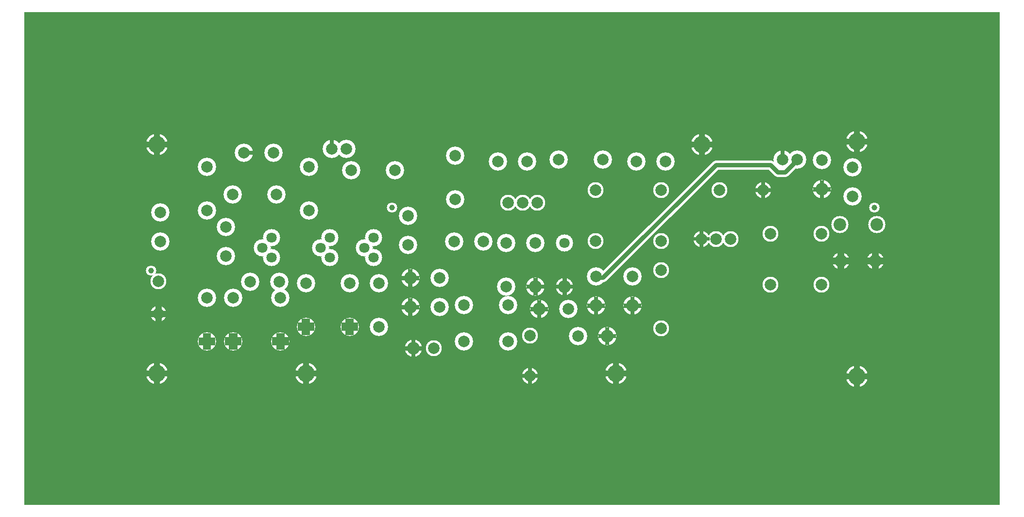
<source format=gbr>
%FSLAX34Y34*%
%MOMM*%
%LNCOPPER_TOP*%
G71*
G01*
%ADD10C,2.800*%
%ADD11C,3.200*%
%ADD12C,3.000*%
%ADD13C,2.800*%
%ADD14C,2.600*%
%ADD15C,1.600*%
%ADD16C,2.800*%
%ADD17C,3.000*%
%ADD18C,3.000*%
%ADD19C,3.800*%
%ADD20C,1.800*%
%ADD21C,0.667*%
%ADD22C,0.813*%
%ADD23C,0.733*%
%ADD24C,1.380*%
%ADD25C,1.467*%
%ADD26C,1.447*%
%ADD27C,1.203*%
%ADD28C,1.093*%
%ADD29C,1.000*%
%ADD30C,2.000*%
%ADD31C,2.000*%
%ADD32C,1.800*%
%ADD33C,0.800*%
%ADD34C,2.000*%
%ADD35C,2.200*%
%ADD36C,1.800*%
%ADD37C,2.200*%
%ADD38C,3.000*%
%ADD39C,1.000*%
%LPD*%
G36*
X-200000Y660000D02*
X1500000Y660000D01*
X1500000Y-200000D01*
X-200000Y-200000D01*
X-200000Y660000D01*
G37*
%LPC*%
X643280Y326750D02*
G54D10*
D03*
X668680Y326750D02*
G54D10*
D03*
X694080Y326750D02*
G54D10*
D03*
X1030985Y264021D02*
G54D10*
D03*
X1005585Y264021D02*
G54D10*
D03*
X980185Y264021D02*
G54D10*
D03*
X599879Y259323D02*
G54D11*
D03*
X548899Y259211D02*
G54D11*
D03*
X640105Y256775D02*
G54D11*
D03*
X640055Y180525D02*
G54D11*
D03*
X551205Y409175D02*
G54D11*
D03*
X551155Y332925D02*
G54D11*
D03*
X690905Y256775D02*
G54D11*
D03*
X690855Y180525D02*
G54D11*
D03*
X676079Y399023D02*
G54D11*
D03*
X625099Y398911D02*
G54D11*
D03*
X741705Y256775D02*
G54D12*
D03*
X741655Y180525D02*
G54D12*
D03*
X697214Y141461D02*
G54D11*
D03*
X748195Y141573D02*
G54D11*
D03*
X642703Y148698D02*
G54D11*
D03*
X566453Y148748D02*
G54D11*
D03*
X523679Y195823D02*
G54D11*
D03*
X472699Y195711D02*
G54D11*
D03*
X523679Y145023D02*
G54D11*
D03*
X472699Y144911D02*
G54D11*
D03*
X478092Y72750D02*
G54D13*
D03*
X513192Y72750D02*
G54D13*
D03*
X642703Y85198D02*
G54D11*
D03*
X566453Y85248D02*
G54D11*
D03*
X681380Y25000D02*
G54D14*
D03*
X681380Y94850D02*
G54D13*
D03*
X815779Y94223D02*
G54D11*
D03*
X764798Y94111D02*
G54D11*
D03*
X807803Y402698D02*
G54D11*
D03*
X731553Y402748D02*
G54D11*
D03*
X1011580Y348850D02*
G54D13*
D03*
X1087780Y348850D02*
G54D13*
D03*
X1243659Y337898D02*
G54D11*
D03*
X1243546Y388879D02*
G54D11*
D03*
X795680Y348850D02*
G54D13*
D03*
X795680Y259950D02*
G54D13*
D03*
X909980Y348850D02*
G54D13*
D03*
X909980Y259950D02*
G54D13*
D03*
X796378Y147460D02*
G54D11*
D03*
X796265Y198440D02*
G54D11*
D03*
X1121255Y402225D02*
G54D11*
D03*
X1146755Y402225D02*
G54D11*
D03*
X1190078Y350660D02*
G54D11*
D03*
X1189965Y401640D02*
G54D11*
D03*
X1100480Y272650D02*
G54D13*
D03*
X1189380Y272650D02*
G54D13*
D03*
X1100480Y183750D02*
G54D13*
D03*
X1189380Y183750D02*
G54D13*
D03*
X917380Y399023D02*
G54D11*
D03*
X866400Y398910D02*
G54D11*
D03*
X909980Y209150D02*
G54D13*
D03*
X909980Y107550D02*
G54D13*
D03*
X859878Y147460D02*
G54D11*
D03*
X859765Y198440D02*
G54D11*
D03*
G54D15*
X1146755Y402225D02*
X1144930Y399650D01*
X1125880Y380600D01*
X1113180Y380600D01*
X1100480Y393300D01*
X1005230Y393300D01*
X808380Y196450D01*
X795680Y196450D01*
X796265Y198440D01*
X472699Y144911D02*
G54D16*
D03*
X472699Y195711D02*
G54D16*
D03*
X815779Y94223D02*
G54D16*
D03*
X1087780Y348850D02*
G54D16*
D03*
X741655Y180525D02*
G54D16*
D03*
X690855Y180525D02*
G54D17*
D03*
X697214Y141461D02*
G54D17*
D03*
X796378Y147460D02*
G54D17*
D03*
X859878Y147460D02*
G54D17*
D03*
X681380Y25000D02*
G54D13*
D03*
X472699Y195711D02*
G54D17*
D03*
X472699Y144911D02*
G54D17*
D03*
X478092Y72750D02*
G54D17*
D03*
X815779Y94223D02*
G54D17*
D03*
X741655Y180525D02*
G54D17*
D03*
X1190078Y350660D02*
G54D17*
D03*
X980185Y264021D02*
G54D16*
D03*
X690905Y256775D02*
G54D12*
D03*
X690855Y180525D02*
G54D12*
D03*
X118159Y313875D02*
G54D11*
D03*
X118209Y390125D02*
G54D11*
D03*
X37166Y310475D02*
G54D11*
D03*
X37278Y259494D02*
G54D11*
D03*
X151465Y285075D02*
G54D11*
D03*
X151578Y234094D02*
G54D11*
D03*
X118175Y85275D02*
G54D11*
D03*
X118225Y161525D02*
G54D11*
D03*
X238896Y341889D02*
G54D11*
D03*
X162646Y341939D02*
G54D11*
D03*
X163855Y161525D02*
G54D11*
D03*
X163805Y85275D02*
G54D11*
D03*
X295958Y313874D02*
G54D11*
D03*
X296008Y390124D02*
G54D11*
D03*
X193290Y189359D02*
G54D11*
D03*
X290855Y186925D02*
G54D11*
D03*
X290805Y110675D02*
G54D11*
D03*
X367055Y186925D02*
G54D11*
D03*
X367005Y110675D02*
G54D11*
D03*
X417855Y186925D02*
G54D11*
D03*
X417805Y110675D02*
G54D11*
D03*
X468630Y253700D02*
G54D11*
D03*
X468518Y304680D02*
G54D11*
D03*
X445872Y383693D02*
G54D11*
D03*
X369622Y383743D02*
G54D11*
D03*
X335605Y421275D02*
G54D11*
D03*
X361105Y421275D02*
G54D11*
D03*
X230530Y266300D02*
G54D17*
D03*
X214630Y248725D02*
G54D17*
D03*
X230564Y231109D02*
G54D17*
D03*
X332130Y266300D02*
G54D17*
D03*
X316230Y248725D02*
G54D17*
D03*
X332165Y231109D02*
G54D17*
D03*
X408330Y266300D02*
G54D17*
D03*
X392430Y248725D02*
G54D17*
D03*
X408365Y231109D02*
G54D17*
D03*
X182856Y414509D02*
G54D11*
D03*
X233836Y414622D02*
G54D11*
D03*
X118175Y85275D02*
G54D16*
D03*
X163805Y85275D02*
G54D16*
D03*
X290805Y110675D02*
G54D16*
D03*
X367005Y110675D02*
G54D16*
D03*
X244090Y189359D02*
G54D11*
D03*
X246405Y161525D02*
G54D11*
D03*
X246355Y85275D02*
G54D11*
D03*
X246355Y85275D02*
G54D16*
D03*
X1223280Y225350D02*
G54D18*
D03*
X33680Y190100D02*
G54D10*
D03*
X33680Y132950D02*
G54D10*
D03*
X31080Y428850D02*
G54D19*
D03*
X31080Y28850D02*
G54D19*
D03*
X1251080Y23850D02*
G54D19*
D03*
X1251080Y433850D02*
G54D19*
D03*
X1221080Y288850D02*
G54D18*
D03*
X1286080Y288850D02*
G54D18*
D03*
X1283280Y225350D02*
G54D18*
D03*
X291080Y28850D02*
G54D19*
D03*
X831080Y28850D02*
G54D19*
D03*
X441080Y318850D02*
G54D20*
D03*
X1281080Y318850D02*
G54D20*
D03*
X21080Y208850D02*
G54D20*
D03*
X981080Y428850D02*
G54D19*
D03*
%LPD*%
G54D21*
G36*
X1117922Y402225D02*
X1117922Y418725D01*
X1124588Y418725D01*
X1124588Y402225D01*
X1117922Y402225D01*
G37*
G54D22*
G54D21*
G36*
X469366Y144911D02*
X469366Y159411D01*
X476032Y159411D01*
X476032Y144911D01*
X469366Y144911D01*
G37*
G36*
X472699Y148244D02*
X487199Y148244D01*
X487199Y141578D01*
X472699Y141578D01*
X472699Y148244D01*
G37*
G36*
X476032Y144911D02*
X476032Y130411D01*
X469366Y130411D01*
X469366Y144911D01*
X476032Y144911D01*
G37*
G36*
X472699Y141578D02*
X458199Y141578D01*
X458199Y148244D01*
X472699Y148244D01*
X472699Y141578D01*
G37*
G54D21*
G36*
X469366Y195711D02*
X469366Y210211D01*
X476032Y210211D01*
X476032Y195711D01*
X469366Y195711D01*
G37*
G36*
X472699Y199044D02*
X487199Y199044D01*
X487199Y192378D01*
X472699Y192378D01*
X472699Y199044D01*
G37*
G36*
X476032Y195711D02*
X476032Y181211D01*
X469366Y181211D01*
X469366Y195711D01*
X476032Y195711D01*
G37*
G36*
X472699Y192378D02*
X458199Y192378D01*
X458199Y199044D01*
X472699Y199044D01*
X472699Y192378D01*
G37*
G54D21*
G36*
X812446Y94223D02*
X812446Y108723D01*
X819112Y108723D01*
X819112Y94223D01*
X812446Y94223D01*
G37*
G36*
X815779Y97556D02*
X830279Y97556D01*
X830279Y90890D01*
X815779Y90890D01*
X815779Y97556D01*
G37*
G36*
X819112Y94223D02*
X819112Y79723D01*
X812446Y79723D01*
X812446Y94223D01*
X819112Y94223D01*
G37*
G36*
X815779Y90890D02*
X801279Y90890D01*
X801279Y97556D01*
X815779Y97556D01*
X815779Y90890D01*
G37*
G54D21*
G36*
X1084447Y348850D02*
X1084447Y363350D01*
X1091114Y363350D01*
X1091114Y348850D01*
X1084447Y348850D01*
G37*
G36*
X1087780Y352183D02*
X1102280Y352183D01*
X1102280Y345517D01*
X1087780Y345517D01*
X1087780Y352183D01*
G37*
G36*
X1091114Y348850D02*
X1091114Y334350D01*
X1084447Y334350D01*
X1084447Y348850D01*
X1091114Y348850D01*
G37*
G36*
X1087780Y345517D02*
X1073280Y345517D01*
X1073280Y352183D01*
X1087780Y352183D01*
X1087780Y345517D01*
G37*
G54D21*
G36*
X738322Y180525D02*
X738322Y195025D01*
X744988Y195025D01*
X744988Y180525D01*
X738322Y180525D01*
G37*
G36*
X741655Y183858D02*
X756155Y183858D01*
X756155Y177192D01*
X741655Y177192D01*
X741655Y183858D01*
G37*
G36*
X744988Y180525D02*
X744988Y166025D01*
X738322Y166025D01*
X738322Y180525D01*
X744988Y180525D01*
G37*
G36*
X741655Y177192D02*
X727155Y177192D01*
X727155Y183858D01*
X741655Y183858D01*
X741655Y177192D01*
G37*
G54D23*
G36*
X687188Y180525D02*
X687188Y196025D01*
X694522Y196025D01*
X694522Y180525D01*
X687188Y180525D01*
G37*
G36*
X690855Y184192D02*
X706355Y184192D01*
X706355Y176858D01*
X690855Y176858D01*
X690855Y184192D01*
G37*
G36*
X694522Y180525D02*
X694522Y165025D01*
X687188Y165025D01*
X687188Y180525D01*
X694522Y180525D01*
G37*
G36*
X690855Y176858D02*
X675355Y176858D01*
X675355Y184192D01*
X690855Y184192D01*
X690855Y176858D01*
G37*
G54D23*
G36*
X693547Y141461D02*
X693547Y156961D01*
X700881Y156961D01*
X700881Y141461D01*
X693547Y141461D01*
G37*
G36*
X697214Y145127D02*
X712714Y145127D01*
X712714Y137794D01*
X697214Y137794D01*
X697214Y145127D01*
G37*
G36*
X700881Y141461D02*
X700881Y125961D01*
X693547Y125961D01*
X693547Y141461D01*
X700881Y141461D01*
G37*
G36*
X697214Y137794D02*
X681714Y137794D01*
X681714Y145127D01*
X697214Y145127D01*
X697214Y137794D01*
G37*
G54D23*
G36*
X792711Y147460D02*
X792711Y162960D01*
X800044Y162960D01*
X800044Y147460D01*
X792711Y147460D01*
G37*
G36*
X796378Y151126D02*
X811878Y151126D01*
X811878Y143793D01*
X796378Y143793D01*
X796378Y151126D01*
G37*
G36*
X800044Y147460D02*
X800044Y131960D01*
X792711Y131960D01*
X792711Y147460D01*
X800044Y147460D01*
G37*
G36*
X796378Y143793D02*
X780878Y143793D01*
X780878Y151126D01*
X796378Y151126D01*
X796378Y143793D01*
G37*
G54D23*
G36*
X856211Y147460D02*
X856211Y162960D01*
X863544Y162960D01*
X863544Y147460D01*
X856211Y147460D01*
G37*
G36*
X859878Y151126D02*
X875378Y151126D01*
X875378Y143793D01*
X859878Y143793D01*
X859878Y151126D01*
G37*
G36*
X863544Y147460D02*
X863544Y131960D01*
X856211Y131960D01*
X856211Y147460D01*
X863544Y147460D01*
G37*
G36*
X859878Y143793D02*
X844378Y143793D01*
X844378Y151126D01*
X859878Y151126D01*
X859878Y143793D01*
G37*
G54D21*
G36*
X678047Y25000D02*
X678047Y39500D01*
X684713Y39500D01*
X684713Y25000D01*
X678047Y25000D01*
G37*
G36*
X681380Y28333D02*
X695880Y28333D01*
X695880Y21667D01*
X681380Y21667D01*
X681380Y28333D01*
G37*
G36*
X684713Y25000D02*
X684713Y10500D01*
X678047Y10500D01*
X678047Y25000D01*
X684713Y25000D01*
G37*
G36*
X681380Y21667D02*
X666880Y21667D01*
X666880Y28333D01*
X681380Y28333D01*
X681380Y21667D01*
G37*
G54D23*
G36*
X469032Y195711D02*
X469032Y211211D01*
X476365Y211211D01*
X476365Y195711D01*
X469032Y195711D01*
G37*
G36*
X472699Y199378D02*
X488199Y199378D01*
X488199Y192044D01*
X472699Y192044D01*
X472699Y199378D01*
G37*
G36*
X476365Y195711D02*
X476365Y180211D01*
X469032Y180211D01*
X469032Y195711D01*
X476365Y195711D01*
G37*
G36*
X472699Y192044D02*
X457199Y192044D01*
X457199Y199378D01*
X472699Y199378D01*
X472699Y192044D01*
G37*
G54D23*
G36*
X469032Y144911D02*
X469032Y160411D01*
X476365Y160411D01*
X476365Y144911D01*
X469032Y144911D01*
G37*
G36*
X472699Y148578D02*
X488199Y148578D01*
X488199Y141244D01*
X472699Y141244D01*
X472699Y148578D01*
G37*
G36*
X476365Y144911D02*
X476365Y129411D01*
X469032Y129411D01*
X469032Y144911D01*
X476365Y144911D01*
G37*
G36*
X472699Y141244D02*
X457199Y141244D01*
X457199Y148578D01*
X472699Y148578D01*
X472699Y141244D01*
G37*
G54D23*
G36*
X474425Y72750D02*
X474425Y88250D01*
X481759Y88250D01*
X481759Y72750D01*
X474425Y72750D01*
G37*
G36*
X478092Y76417D02*
X493592Y76417D01*
X493592Y69083D01*
X478092Y69083D01*
X478092Y76417D01*
G37*
G36*
X481759Y72750D02*
X481759Y57250D01*
X474425Y57250D01*
X474425Y72750D01*
X481759Y72750D01*
G37*
G36*
X478092Y69083D02*
X462592Y69083D01*
X462592Y76417D01*
X478092Y76417D01*
X478092Y69083D01*
G37*
G54D23*
G36*
X812112Y94223D02*
X812112Y109723D01*
X819446Y109723D01*
X819446Y94223D01*
X812112Y94223D01*
G37*
G36*
X815779Y97890D02*
X831279Y97890D01*
X831279Y90556D01*
X815779Y90556D01*
X815779Y97890D01*
G37*
G36*
X819446Y94223D02*
X819446Y78723D01*
X812112Y78723D01*
X812112Y94223D01*
X819446Y94223D01*
G37*
G36*
X815779Y90556D02*
X800279Y90556D01*
X800279Y97890D01*
X815779Y97890D01*
X815779Y90556D01*
G37*
G54D23*
G36*
X737988Y180525D02*
X737988Y196025D01*
X745322Y196025D01*
X745322Y180525D01*
X737988Y180525D01*
G37*
G36*
X741655Y184192D02*
X757155Y184192D01*
X757155Y176858D01*
X741655Y176858D01*
X741655Y184192D01*
G37*
G36*
X745322Y180525D02*
X745322Y165025D01*
X737988Y165025D01*
X737988Y180525D01*
X745322Y180525D01*
G37*
G36*
X741655Y176858D02*
X726155Y176858D01*
X726155Y184192D01*
X741655Y184192D01*
X741655Y176858D01*
G37*
G54D23*
G36*
X1186411Y350660D02*
X1186411Y366160D01*
X1193744Y366160D01*
X1193744Y350660D01*
X1186411Y350660D01*
G37*
G36*
X1190078Y354326D02*
X1205578Y354326D01*
X1205578Y346993D01*
X1190078Y346993D01*
X1190078Y354326D01*
G37*
G36*
X1193744Y350660D02*
X1193744Y335160D01*
X1186411Y335160D01*
X1186411Y350660D01*
X1193744Y350660D01*
G37*
G36*
X1190078Y346993D02*
X1174578Y346993D01*
X1174578Y354326D01*
X1190078Y354326D01*
X1190078Y346993D01*
G37*
G54D21*
G36*
X976852Y264021D02*
X976852Y278521D01*
X983519Y278521D01*
X983519Y264021D01*
X976852Y264021D01*
G37*
G36*
X980185Y267354D02*
X994685Y267354D01*
X994685Y260688D01*
X980185Y260688D01*
X980185Y267354D01*
G37*
G36*
X983519Y264021D02*
X983519Y249521D01*
X976852Y249521D01*
X976852Y264021D01*
X983519Y264021D01*
G37*
G36*
X980185Y260688D02*
X965685Y260688D01*
X965685Y267354D01*
X980185Y267354D01*
X980185Y260688D01*
G37*
G54D21*
G36*
X332272Y421275D02*
X332272Y437775D01*
X338938Y437775D01*
X338938Y421275D01*
X332272Y421275D01*
G37*
G54D22*
G54D21*
G36*
X182856Y417843D02*
X199356Y417843D01*
X199356Y411176D01*
X182856Y411176D01*
X182856Y417843D01*
G37*
G54D24*
G36*
X111275Y85275D02*
X111275Y99775D01*
X125075Y99775D01*
X125075Y85275D01*
X111275Y85275D01*
G37*
G36*
X118175Y92175D02*
X132675Y92175D01*
X132675Y78375D01*
X118175Y78375D01*
X118175Y92175D01*
G37*
G36*
X125075Y85275D02*
X125075Y70775D01*
X111275Y70775D01*
X111275Y85275D01*
X125075Y85275D01*
G37*
G36*
X118175Y78375D02*
X103675Y78375D01*
X103675Y92175D01*
X118175Y92175D01*
X118175Y78375D01*
G37*
G54D25*
G36*
X156472Y85275D02*
X156472Y99775D01*
X171138Y99775D01*
X171138Y85275D01*
X156472Y85275D01*
G37*
G36*
X163805Y92608D02*
X178305Y92608D01*
X178305Y77942D01*
X163805Y77942D01*
X163805Y92608D01*
G37*
G36*
X171138Y85275D02*
X171138Y70775D01*
X156472Y70775D01*
X156472Y85275D01*
X171138Y85275D01*
G37*
G36*
X163805Y77942D02*
X149305Y77942D01*
X149305Y92608D01*
X163805Y92608D01*
X163805Y77942D01*
G37*
G54D26*
G36*
X283572Y110675D02*
X283572Y125175D01*
X298038Y125175D01*
X298038Y110675D01*
X283572Y110675D01*
G37*
G36*
X290805Y117908D02*
X305305Y117908D01*
X305305Y103442D01*
X290805Y103442D01*
X290805Y117908D01*
G37*
G36*
X298038Y110675D02*
X298038Y96175D01*
X283572Y96175D01*
X283572Y110675D01*
X298038Y110675D01*
G37*
G36*
X290805Y103442D02*
X276305Y103442D01*
X276305Y117908D01*
X290805Y117908D01*
X290805Y103442D01*
G37*
G54D26*
G36*
X359772Y110675D02*
X359772Y125175D01*
X374238Y125175D01*
X374238Y110675D01*
X359772Y110675D01*
G37*
G36*
X367005Y117908D02*
X381505Y117908D01*
X381505Y103442D01*
X367005Y103442D01*
X367005Y117908D01*
G37*
G36*
X374238Y110675D02*
X374238Y96175D01*
X359772Y96175D01*
X359772Y110675D01*
X374238Y110675D01*
G37*
G36*
X367005Y103442D02*
X352505Y103442D01*
X352505Y117908D01*
X367005Y117908D01*
X367005Y103442D01*
G37*
G54D25*
G36*
X239022Y85275D02*
X239022Y99775D01*
X253688Y99775D01*
X253688Y85275D01*
X239022Y85275D01*
G37*
G36*
X246355Y92608D02*
X260855Y92608D01*
X260855Y77942D01*
X246355Y77942D01*
X246355Y92608D01*
G37*
G36*
X253688Y85275D02*
X253688Y70775D01*
X239022Y70775D01*
X239022Y85275D01*
X253688Y85275D01*
G37*
G36*
X246355Y77942D02*
X231855Y77942D01*
X231855Y92608D01*
X246355Y92608D01*
X246355Y77942D01*
G37*
G54D27*
G36*
X1217267Y225350D02*
X1217267Y240850D01*
X1229293Y240850D01*
X1229293Y225350D01*
X1217267Y225350D01*
G37*
G36*
X1223280Y231363D02*
X1238780Y231363D01*
X1238780Y219337D01*
X1223280Y219337D01*
X1223280Y231363D01*
G37*
G36*
X1229293Y225350D02*
X1229293Y209850D01*
X1217267Y209850D01*
X1217267Y225350D01*
X1229293Y225350D01*
G37*
G36*
X1223280Y219337D02*
X1207780Y219337D01*
X1207780Y231363D01*
X1223280Y231363D01*
X1223280Y219337D01*
G37*
G54D28*
G36*
X28213Y132950D02*
X28213Y147450D01*
X39147Y147450D01*
X39147Y132950D01*
X28213Y132950D01*
G37*
G36*
X33680Y138417D02*
X48180Y138417D01*
X48180Y127483D01*
X33680Y127483D01*
X33680Y138417D01*
G37*
G36*
X39147Y132950D02*
X39147Y118450D01*
X28213Y118450D01*
X28213Y132950D01*
X39147Y132950D01*
G37*
G36*
X33680Y127483D02*
X19180Y127483D01*
X19180Y138417D01*
X33680Y138417D01*
X33680Y127483D01*
G37*
G54D29*
G36*
X26080Y428850D02*
X26080Y448350D01*
X36080Y448350D01*
X36080Y428850D01*
X26080Y428850D01*
G37*
G36*
X31080Y433850D02*
X50580Y433850D01*
X50580Y423850D01*
X31080Y423850D01*
X31080Y433850D01*
G37*
G36*
X36080Y428850D02*
X36080Y409350D01*
X26080Y409350D01*
X26080Y428850D01*
X36080Y428850D01*
G37*
G36*
X31080Y423850D02*
X11580Y423850D01*
X11580Y433850D01*
X31080Y433850D01*
X31080Y423850D01*
G37*
G54D29*
G36*
X26080Y28850D02*
X26080Y48350D01*
X36080Y48350D01*
X36080Y28850D01*
X26080Y28850D01*
G37*
G36*
X31080Y33850D02*
X50580Y33850D01*
X50580Y23850D01*
X31080Y23850D01*
X31080Y33850D01*
G37*
G36*
X36080Y28850D02*
X36080Y9350D01*
X26080Y9350D01*
X26080Y28850D01*
X36080Y28850D01*
G37*
G36*
X31080Y23850D02*
X11580Y23850D01*
X11580Y33850D01*
X31080Y33850D01*
X31080Y23850D01*
G37*
G54D29*
G36*
X1246080Y23850D02*
X1246080Y43350D01*
X1256080Y43350D01*
X1256080Y23850D01*
X1246080Y23850D01*
G37*
G36*
X1251080Y28850D02*
X1270580Y28850D01*
X1270580Y18850D01*
X1251080Y18850D01*
X1251080Y28850D01*
G37*
G36*
X1256080Y23850D02*
X1256080Y4350D01*
X1246080Y4350D01*
X1246080Y23850D01*
X1256080Y23850D01*
G37*
G36*
X1251080Y18850D02*
X1231580Y18850D01*
X1231580Y28850D01*
X1251080Y28850D01*
X1251080Y18850D01*
G37*
G54D29*
G36*
X1246080Y433850D02*
X1246080Y453350D01*
X1256080Y453350D01*
X1256080Y433850D01*
X1246080Y433850D01*
G37*
G36*
X1251080Y438850D02*
X1270580Y438850D01*
X1270580Y428850D01*
X1251080Y428850D01*
X1251080Y438850D01*
G37*
G36*
X1256080Y433850D02*
X1256080Y414350D01*
X1246080Y414350D01*
X1246080Y433850D01*
X1256080Y433850D01*
G37*
G36*
X1251080Y428850D02*
X1231580Y428850D01*
X1231580Y438850D01*
X1251080Y438850D01*
X1251080Y428850D01*
G37*
G54D27*
G36*
X1277267Y225350D02*
X1277267Y240850D01*
X1289293Y240850D01*
X1289293Y225350D01*
X1277267Y225350D01*
G37*
G36*
X1283280Y231363D02*
X1298780Y231363D01*
X1298780Y219337D01*
X1283280Y219337D01*
X1283280Y231363D01*
G37*
G36*
X1289293Y225350D02*
X1289293Y209850D01*
X1277267Y209850D01*
X1277267Y225350D01*
X1289293Y225350D01*
G37*
G36*
X1283280Y219337D02*
X1267780Y219337D01*
X1267780Y231363D01*
X1283280Y231363D01*
X1283280Y219337D01*
G37*
G54D29*
G36*
X286080Y28850D02*
X286080Y48350D01*
X296080Y48350D01*
X296080Y28850D01*
X286080Y28850D01*
G37*
G36*
X291080Y33850D02*
X310580Y33850D01*
X310580Y23850D01*
X291080Y23850D01*
X291080Y33850D01*
G37*
G36*
X296080Y28850D02*
X296080Y9350D01*
X286080Y9350D01*
X286080Y28850D01*
X296080Y28850D01*
G37*
G36*
X291080Y23850D02*
X271580Y23850D01*
X271580Y33850D01*
X291080Y33850D01*
X291080Y23850D01*
G37*
G54D29*
G36*
X826080Y28850D02*
X826080Y48350D01*
X836080Y48350D01*
X836080Y28850D01*
X826080Y28850D01*
G37*
G36*
X831080Y33850D02*
X850580Y33850D01*
X850580Y23850D01*
X831080Y23850D01*
X831080Y33850D01*
G37*
G36*
X836080Y28850D02*
X836080Y9350D01*
X826080Y9350D01*
X826080Y28850D01*
X836080Y28850D01*
G37*
G36*
X831080Y23850D02*
X811580Y23850D01*
X811580Y33850D01*
X831080Y33850D01*
X831080Y23850D01*
G37*
G54D29*
G36*
X976080Y428850D02*
X976080Y448350D01*
X986080Y448350D01*
X986080Y428850D01*
X976080Y428850D01*
G37*
G36*
X981080Y433850D02*
X1000580Y433850D01*
X1000580Y423850D01*
X981080Y423850D01*
X981080Y433850D01*
G37*
G36*
X986080Y428850D02*
X986080Y409350D01*
X976080Y409350D01*
X976080Y428850D01*
X986080Y428850D01*
G37*
G36*
X981080Y423850D02*
X961580Y423850D01*
X961580Y433850D01*
X981080Y433850D01*
X981080Y423850D01*
G37*
X643280Y326750D02*
G54D30*
D03*
X668680Y326750D02*
G54D30*
D03*
X694080Y326750D02*
G54D30*
D03*
X1030985Y264021D02*
G54D30*
D03*
X1005585Y264021D02*
G54D30*
D03*
X980185Y264021D02*
G54D30*
D03*
X599879Y259323D02*
G54D31*
D03*
X548899Y259211D02*
G54D31*
D03*
X640105Y256775D02*
G54D31*
D03*
X640055Y180525D02*
G54D31*
D03*
X551205Y409175D02*
G54D31*
D03*
X551155Y332925D02*
G54D31*
D03*
X690905Y256775D02*
G54D31*
D03*
X690855Y180525D02*
G54D31*
D03*
X676079Y399023D02*
G54D31*
D03*
X625099Y398911D02*
G54D31*
D03*
X741705Y256775D02*
G54D32*
D03*
X741655Y180525D02*
G54D32*
D03*
X697214Y141461D02*
G54D31*
D03*
X748195Y141573D02*
G54D31*
D03*
X642703Y148698D02*
G54D31*
D03*
X566453Y148748D02*
G54D31*
D03*
X523679Y195823D02*
G54D31*
D03*
X472699Y195711D02*
G54D31*
D03*
X523679Y145023D02*
G54D31*
D03*
X472699Y144911D02*
G54D31*
D03*
X478092Y72750D02*
G54D31*
D03*
X513192Y72750D02*
G54D31*
D03*
X642703Y85198D02*
G54D31*
D03*
X566453Y85248D02*
G54D31*
D03*
X681380Y25000D02*
G54D32*
D03*
X681380Y94850D02*
G54D31*
D03*
X815779Y94223D02*
G54D31*
D03*
X764798Y94111D02*
G54D31*
D03*
X807803Y402698D02*
G54D31*
D03*
X731553Y402748D02*
G54D31*
D03*
X1011580Y348850D02*
G54D31*
D03*
X1087780Y348850D02*
G54D31*
D03*
X1243659Y337898D02*
G54D31*
D03*
X1243546Y388879D02*
G54D31*
D03*
X795680Y348850D02*
G54D31*
D03*
X795680Y259950D02*
G54D31*
D03*
X909980Y348850D02*
G54D31*
D03*
X909980Y259950D02*
G54D31*
D03*
X796378Y147460D02*
G54D31*
D03*
X796265Y198440D02*
G54D31*
D03*
X1121255Y402225D02*
G54D31*
D03*
X1146755Y402225D02*
G54D31*
D03*
X1190078Y350660D02*
G54D31*
D03*
X1189965Y401640D02*
G54D31*
D03*
X1100480Y272650D02*
G54D31*
D03*
X1189380Y272650D02*
G54D31*
D03*
X1100480Y183750D02*
G54D31*
D03*
X1189380Y183750D02*
G54D31*
D03*
X917380Y399023D02*
G54D31*
D03*
X866400Y398910D02*
G54D31*
D03*
X909980Y209150D02*
G54D31*
D03*
X909980Y107550D02*
G54D31*
D03*
X859878Y147460D02*
G54D31*
D03*
X859765Y198440D02*
G54D31*
D03*
G54D33*
X1146755Y402225D02*
X1144930Y399650D01*
X1125880Y380600D01*
X1113180Y380600D01*
X1100480Y393300D01*
X1005230Y393300D01*
X808380Y196450D01*
X795680Y196450D01*
X796265Y198440D01*
X472699Y144911D02*
G54D34*
D03*
X472699Y195711D02*
G54D34*
D03*
X815779Y94223D02*
G54D34*
D03*
X1087780Y348850D02*
G54D34*
D03*
X741655Y180525D02*
G54D34*
D03*
X690855Y180525D02*
G54D35*
D03*
X697214Y141461D02*
G54D35*
D03*
X796378Y147460D02*
G54D35*
D03*
X859878Y147460D02*
G54D35*
D03*
X681380Y25000D02*
G54D31*
D03*
X472699Y195711D02*
G54D35*
D03*
X472699Y144911D02*
G54D35*
D03*
X478092Y72750D02*
G54D35*
D03*
X815779Y94223D02*
G54D35*
D03*
X741655Y180525D02*
G54D35*
D03*
X1190078Y350660D02*
G54D35*
D03*
X980185Y264021D02*
G54D34*
D03*
X690905Y256775D02*
G54D32*
D03*
X690855Y180525D02*
G54D32*
D03*
X118159Y313875D02*
G54D31*
D03*
X118209Y390125D02*
G54D31*
D03*
X37166Y310475D02*
G54D31*
D03*
X37278Y259494D02*
G54D31*
D03*
X151465Y285075D02*
G54D31*
D03*
X151578Y234094D02*
G54D31*
D03*
X118175Y85275D02*
G54D31*
D03*
X118225Y161525D02*
G54D31*
D03*
X238896Y341889D02*
G54D31*
D03*
X162646Y341939D02*
G54D31*
D03*
X163855Y161525D02*
G54D31*
D03*
X163805Y85275D02*
G54D31*
D03*
X295958Y313874D02*
G54D31*
D03*
X296008Y390124D02*
G54D31*
D03*
X193290Y189359D02*
G54D31*
D03*
X290855Y186925D02*
G54D31*
D03*
X290805Y110675D02*
G54D31*
D03*
X367055Y186925D02*
G54D31*
D03*
X367005Y110675D02*
G54D31*
D03*
X417855Y186925D02*
G54D31*
D03*
X417805Y110675D02*
G54D31*
D03*
X468630Y253700D02*
G54D31*
D03*
X468518Y304680D02*
G54D31*
D03*
X445872Y383693D02*
G54D31*
D03*
X369622Y383743D02*
G54D31*
D03*
X335605Y421275D02*
G54D31*
D03*
X361105Y421275D02*
G54D31*
D03*
X230530Y266300D02*
G54D36*
D03*
X214630Y248725D02*
G54D36*
D03*
X230564Y231109D02*
G54D36*
D03*
X332130Y266300D02*
G54D36*
D03*
X316230Y248725D02*
G54D36*
D03*
X332165Y231109D02*
G54D36*
D03*
X408330Y266300D02*
G54D36*
D03*
X392430Y248725D02*
G54D36*
D03*
X408365Y231109D02*
G54D36*
D03*
X182856Y414509D02*
G54D31*
D03*
X233836Y414622D02*
G54D31*
D03*
X118175Y85275D02*
G54D34*
D03*
X163805Y85275D02*
G54D34*
D03*
X290805Y110675D02*
G54D34*
D03*
X367005Y110675D02*
G54D34*
D03*
X244090Y189359D02*
G54D31*
D03*
X246405Y161525D02*
G54D31*
D03*
X246355Y85275D02*
G54D31*
D03*
X246355Y85275D02*
G54D34*
D03*
X1223280Y225350D02*
G54D37*
D03*
X33680Y190100D02*
G54D30*
D03*
X33680Y132950D02*
G54D30*
D03*
X31080Y428850D02*
G54D38*
D03*
X31080Y28850D02*
G54D38*
D03*
X1251080Y23850D02*
G54D38*
D03*
X1251080Y433850D02*
G54D38*
D03*
X1221080Y288850D02*
G54D37*
D03*
X1286080Y288850D02*
G54D37*
D03*
X1283280Y225350D02*
G54D37*
D03*
X291080Y28850D02*
G54D38*
D03*
X831080Y28850D02*
G54D38*
D03*
X441080Y318850D02*
G54D39*
D03*
X1281080Y318850D02*
G54D39*
D03*
X21080Y208850D02*
G54D39*
D03*
X981080Y428850D02*
G54D38*
D03*
M02*

</source>
